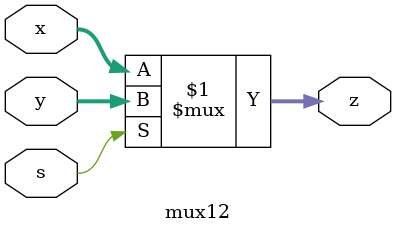
<source format=v>
module mux12(input wire [11:0] x, y,
input wire s,
output wire [11:0] z);

assign z = s ? y : x; // s=1,z<-y; s=0,z<-x
endmodule

</source>
